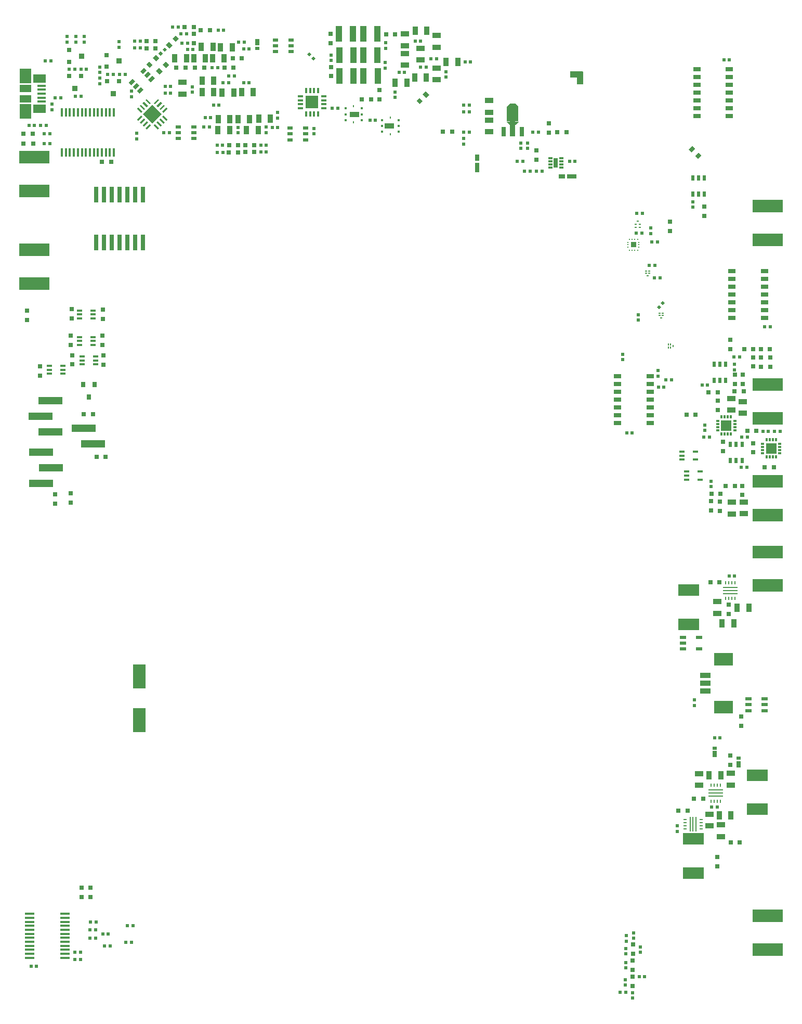
<source format=gbp>
G04 #@! TF.FileFunction,Paste,Bot*
%FSLAX46Y46*%
G04 Gerber Fmt 4.6, Leading zero omitted, Abs format (unit mm)*
G04 Created by KiCad (PCBNEW 4.0.7) date Mon Jan 13 15:14:29 2020*
%MOMM*%
%LPD*%
G01*
G04 APERTURE LIST*
%ADD10C,0.150000*%
%ADD11R,0.902000X0.902000*%
%ADD12R,0.282000X0.202000*%
%ADD13R,0.202000X0.282000*%
%ADD14R,5.002000X2.002000*%
%ADD15R,0.497300X0.497300*%
%ADD16R,3.052000X2.152000*%
%ADD17R,1.652000X0.852000*%
%ADD18R,1.382000X0.452000*%
%ADD19R,2.102000X1.477000*%
%ADD20R,1.902000X2.377000*%
%ADD21R,1.902000X1.177000*%
%ADD22R,0.702000X0.802000*%
%ADD23R,1.401540X0.901160*%
%ADD24R,0.802000X0.702000*%
%ADD25R,0.901160X1.401540*%
%ADD26R,0.421100X1.472660*%
%ADD27R,0.902000X0.602000*%
%ADD28R,1.022000X2.542000*%
%ADD29R,1.907000X2.427700*%
%ADD30R,0.713200X1.500600*%
%ADD31R,0.916400X5.336000*%
%ADD32R,0.602000X0.902000*%
%ADD33R,0.799560X0.799560*%
%ADD34R,0.302000X0.502000*%
%ADD35R,0.602000X0.302000*%
%ADD36R,1.752000X1.752000*%
%ADD37R,0.502000X0.302000*%
%ADD38R,0.302000X0.602000*%
%ADD39R,0.252000X0.602000*%
%ADD40R,2.402000X0.252000*%
%ADD41R,0.602000X0.252000*%
%ADD42R,0.252000X2.402000*%
%ADD43R,1.102000X0.602000*%
%ADD44R,0.852000X0.352000*%
%ADD45R,2.002000X4.002000*%
%ADD46R,0.952000X0.302000*%
%ADD47R,0.302000X0.952000*%
%ADD48R,2.152000X2.152000*%
%ADD49R,1.102000X0.802000*%
%ADD50R,1.502000X0.802000*%
%ADD51R,2.102000X1.002000*%
%ADD52R,1.002000X2.102000*%
%ADD53R,0.802000X1.102000*%
%ADD54R,0.802000X1.502000*%
%ADD55R,3.402000X1.852000*%
%ADD56R,4.002000X1.202000*%
%ADD57R,0.672000X0.302000*%
%ADD58R,0.702000X1.602000*%
%ADD59R,1.182000X0.702000*%
%ADD60R,1.502000X0.452000*%
%ADD61R,0.802000X2.502000*%
%ADD62R,0.802000X0.802000*%
%ADD63R,0.702000X0.902000*%
%ADD64R,1.512000X0.922000*%
%ADD65R,0.252000X0.302000*%
%ADD66R,0.402000X0.402000*%
%ADD67R,0.702000X0.522000*%
%ADD68R,0.702000X1.052000*%
%ADD69R,0.402000X0.272000*%
%ADD70R,0.202000X0.302000*%
%ADD71R,0.302000X0.202000*%
G04 APERTURE END LIST*
D10*
D11*
X180307280Y-87032520D03*
D12*
X179412280Y-87432520D03*
X179412280Y-86632520D03*
X179412280Y-87032520D03*
D13*
X180982280Y-87927520D03*
X180532280Y-87927520D03*
X180082280Y-87927520D03*
X179632280Y-87927520D03*
X180982280Y-86137520D03*
X180532280Y-86137520D03*
X180082280Y-86137520D03*
D12*
X181202280Y-86632520D03*
X181202280Y-87432520D03*
X181202280Y-87032520D03*
D13*
X179632280Y-86137520D03*
D14*
X82753780Y-87873980D03*
X82753780Y-93373980D03*
X82743780Y-72753980D03*
X82743780Y-78253980D03*
X202153780Y-201693980D03*
X202153780Y-196193980D03*
X202153780Y-142503980D03*
X202153780Y-137003980D03*
X202173260Y-131051620D03*
X202173260Y-125551620D03*
X202158700Y-115266640D03*
X202158700Y-109766640D03*
X202142780Y-86281580D03*
X202142780Y-80781580D03*
D15*
X89414200Y-62856480D03*
X90313360Y-62856480D03*
X90303200Y-58474980D03*
X91202360Y-58474980D03*
X89297360Y-58474980D03*
X88398200Y-58474980D03*
X88045980Y-54034560D03*
X88045980Y-53135400D03*
X90816280Y-53135900D03*
X90816280Y-54035060D03*
X89519180Y-53160800D03*
X89519180Y-54059960D03*
D16*
X195010780Y-162296580D03*
X195010780Y-154496580D03*
D17*
X192060780Y-159646580D03*
X192060780Y-158396580D03*
X192060780Y-157146580D03*
D18*
X83943780Y-63753980D03*
X83943780Y-63103980D03*
X83943780Y-62453980D03*
X83943780Y-61803980D03*
X83943780Y-61153980D03*
D19*
X83583780Y-64916480D03*
X83583780Y-59991480D03*
D20*
X81283780Y-65363980D03*
X81283780Y-59543980D03*
D21*
X81283780Y-63293980D03*
X81283780Y-61613980D03*
D22*
X201677260Y-123201300D03*
X203177260Y-123201300D03*
D23*
X198266740Y-128903600D03*
X198266740Y-130808600D03*
X198125180Y-112564900D03*
X198125180Y-114469900D03*
X196300780Y-128949320D03*
X196300780Y-130854320D03*
X196229660Y-112048160D03*
X196229660Y-113953160D03*
D22*
X196842500Y-126300100D03*
X195342500Y-126300100D03*
X201053100Y-104043200D03*
X202553100Y-104043200D03*
X194063740Y-111009300D03*
X192563740Y-111009300D03*
X190437200Y-114719100D03*
X188937200Y-114719100D03*
D24*
X196046780Y-104017380D03*
X196046780Y-102517380D03*
D22*
X198345460Y-104038120D03*
X199845460Y-104038120D03*
X200347700Y-117288180D03*
X198847700Y-117288180D03*
D24*
X199780580Y-120811860D03*
X199780580Y-119311860D03*
D23*
X190969680Y-174996680D03*
X190969680Y-173091680D03*
X196214780Y-174933180D03*
X196214780Y-173028180D03*
D25*
X196176680Y-179911580D03*
X194271680Y-179911580D03*
D23*
X194551080Y-183353280D03*
X194551080Y-181448280D03*
D26*
X91768900Y-72008980D03*
X91118660Y-72008980D03*
X90468420Y-72008980D03*
X89818180Y-72008980D03*
X93709460Y-65458980D03*
X93719620Y-72008980D03*
X93069380Y-72008980D03*
X92419140Y-72008980D03*
X89167940Y-65458980D03*
X89818180Y-65458980D03*
X90468420Y-65458980D03*
X91118660Y-65458980D03*
X91768900Y-65458980D03*
X92419140Y-65458980D03*
X89167940Y-72008980D03*
X93069380Y-65458980D03*
X94369860Y-72008980D03*
X88517700Y-72008980D03*
X88517700Y-65458980D03*
X94369860Y-65458980D03*
X95017560Y-72008980D03*
X87870000Y-72008980D03*
X87870000Y-65458980D03*
X95017560Y-65458980D03*
X95667800Y-72008980D03*
X87219760Y-72008980D03*
X87219760Y-65458980D03*
X95667800Y-65458980D03*
D15*
X192993700Y-126389000D03*
X192993700Y-125489840D03*
X197603800Y-105314620D03*
X196704640Y-105314620D03*
X196768820Y-107390920D03*
X196768820Y-106491760D03*
X192391720Y-109901860D03*
X191492560Y-109901860D03*
X197984800Y-118354980D03*
X198883960Y-118354980D03*
X191787200Y-118360060D03*
X192686360Y-118360060D03*
X191977700Y-117270400D03*
X191977700Y-116371240D03*
X201383320Y-117430420D03*
X202282480Y-117430420D03*
X204177320Y-117410100D03*
X203278160Y-117410100D03*
X198782360Y-123231780D03*
X197883200Y-123231780D03*
D24*
X193992280Y-188179980D03*
X193992280Y-186679980D03*
D27*
X108747540Y-69745500D03*
X108747540Y-68795500D03*
X108747540Y-67845500D03*
X106147540Y-69745500D03*
X106147540Y-68795500D03*
X106147540Y-67845500D03*
D25*
X105608580Y-56669540D03*
X107513580Y-56669540D03*
X108694680Y-56669540D03*
X110599680Y-56669540D03*
X109906260Y-54863600D03*
X111811260Y-54863600D03*
X111757920Y-56702560D03*
X113662920Y-56702560D03*
X113053320Y-54886460D03*
X114958320Y-54886460D03*
D24*
X108676900Y-52706440D03*
X108676900Y-54206440D03*
D10*
G36*
X103317099Y-56249425D02*
X102965455Y-55897781D01*
X103317099Y-55546137D01*
X103668743Y-55897781D01*
X103317099Y-56249425D01*
X103317099Y-56249425D01*
G37*
G36*
X103952901Y-55613623D02*
X103601257Y-55261979D01*
X103952901Y-54910335D01*
X104304545Y-55261979D01*
X103952901Y-55613623D01*
X103952901Y-55613623D01*
G37*
D15*
X99969780Y-55018540D03*
X99070620Y-55018540D03*
X107655820Y-55229360D03*
X108554980Y-55229360D03*
D22*
X110399720Y-58178300D03*
X108899720Y-58178300D03*
D15*
X111696960Y-58185920D03*
X112596120Y-58185920D03*
D22*
X113667300Y-58185920D03*
X115167300Y-58185920D03*
D15*
X116032740Y-54078740D03*
X116931900Y-54078740D03*
X116799820Y-55206500D03*
X117698980Y-55206500D03*
X99982480Y-53926340D03*
X99083320Y-53926340D03*
X106627120Y-52724920D03*
X107526280Y-52724920D03*
X107655820Y-54215900D03*
X106756660Y-54215900D03*
D22*
X105823780Y-58246880D03*
X107323780Y-58246880D03*
D27*
X121981900Y-53718020D03*
X121981900Y-54668020D03*
X121981900Y-55618020D03*
X124581900Y-53718020D03*
X124581900Y-54668020D03*
X124581900Y-55618020D03*
D10*
G36*
X104719905Y-55069694D02*
X104152806Y-54502595D01*
X104649195Y-54006206D01*
X105216294Y-54573305D01*
X104719905Y-55069694D01*
X104719905Y-55069694D01*
G37*
G36*
X105780565Y-54009034D02*
X105213466Y-53441935D01*
X105709855Y-52945546D01*
X106276954Y-53512645D01*
X105780565Y-54009034D01*
X105780565Y-54009034D01*
G37*
D22*
X102480000Y-53918720D03*
X100980000Y-53918720D03*
X102487620Y-55046480D03*
X100987620Y-55046480D03*
D10*
G36*
X101524585Y-58259934D02*
X100957486Y-57692835D01*
X101453875Y-57196446D01*
X102020974Y-57763545D01*
X101524585Y-58259934D01*
X101524585Y-58259934D01*
G37*
G36*
X102585245Y-57199274D02*
X102018146Y-56632175D01*
X102514535Y-56135786D01*
X103081634Y-56702885D01*
X102585245Y-57199274D01*
X102585245Y-57199274D01*
G37*
G36*
X101298266Y-60160319D02*
X101936076Y-59522509D01*
X102361754Y-59948187D01*
X101723944Y-60585997D01*
X101298266Y-60160319D01*
X101298266Y-60160319D01*
G37*
G36*
X100626515Y-59488567D02*
X101264325Y-58850757D01*
X101690003Y-59276435D01*
X101052193Y-59914245D01*
X100626515Y-59488567D01*
X100626515Y-59488567D01*
G37*
G36*
X99954763Y-58816816D02*
X100592573Y-58179006D01*
X101018251Y-58604684D01*
X100380441Y-59242494D01*
X99954763Y-58816816D01*
X99954763Y-58816816D01*
G37*
G36*
X99459789Y-61998796D02*
X100097599Y-61360986D01*
X100523277Y-61786664D01*
X99885467Y-62424474D01*
X99459789Y-61998796D01*
X99459789Y-61998796D01*
G37*
G36*
X98788037Y-61327045D02*
X99425847Y-60689235D01*
X99851525Y-61114913D01*
X99213715Y-61752723D01*
X98788037Y-61327045D01*
X98788037Y-61327045D01*
G37*
G36*
X98116286Y-60655293D02*
X98754096Y-60017483D01*
X99179774Y-60443161D01*
X98541964Y-61080971D01*
X98116286Y-60655293D01*
X98116286Y-60655293D01*
G37*
D24*
X191859360Y-82359800D03*
X191859360Y-80859800D03*
D10*
G36*
X189308846Y-71521245D02*
X189875945Y-70954146D01*
X190372334Y-71450535D01*
X189805235Y-72017634D01*
X189308846Y-71521245D01*
X189308846Y-71521245D01*
G37*
G36*
X190369506Y-72581905D02*
X190936605Y-72014806D01*
X191432994Y-72511195D01*
X190865895Y-73078294D01*
X190369506Y-72581905D01*
X190369506Y-72581905D01*
G37*
D25*
X112644380Y-68419580D03*
X114549380Y-68419580D03*
X119276320Y-66550140D03*
X121181320Y-66550140D03*
X114572240Y-66585700D03*
X112667240Y-66585700D03*
X117808200Y-66570460D03*
X115903200Y-66570460D03*
X117277340Y-68358620D03*
X119182340Y-68358620D03*
D28*
X132387070Y-59614670D03*
X134677070Y-59614670D03*
X136354550Y-59609590D03*
X138644550Y-59609590D03*
X132409930Y-56167890D03*
X134699930Y-56167890D03*
X136341850Y-56167890D03*
X138631850Y-56167890D03*
X132364210Y-52733810D03*
X134654210Y-52733810D03*
X136349470Y-52738890D03*
X138639470Y-52738890D03*
D23*
X143058340Y-55930400D03*
X143058340Y-57835400D03*
X143073580Y-52745240D03*
X143073580Y-54650240D03*
D25*
X144757600Y-52188980D03*
X146662600Y-52188980D03*
D23*
X145656760Y-55054100D03*
X145656760Y-56959100D03*
X148285660Y-53004320D03*
X148285660Y-54909320D03*
D25*
X149802040Y-57294380D03*
X151707040Y-57294380D03*
D23*
X148234860Y-58287520D03*
X148234860Y-60192520D03*
D25*
X143401240Y-60647180D03*
X141496240Y-60647180D03*
X146566080Y-59849620D03*
X144661080Y-59849620D03*
D15*
X115936220Y-67931900D03*
X115936220Y-68831060D03*
X122382740Y-66430760D03*
X122382740Y-65531600D03*
X111455660Y-66341860D03*
X110556500Y-66341860D03*
X120472660Y-68808200D03*
X120472660Y-67909040D03*
X106149600Y-51574300D03*
X105250440Y-51574300D03*
X112657080Y-52153420D03*
X113556240Y-52153420D03*
D24*
X131053030Y-59602670D03*
X131053030Y-58102670D03*
D15*
X139897310Y-58311650D03*
X139897310Y-57412490D03*
X131030170Y-56162810D03*
X131030170Y-57061970D03*
X139917630Y-55050290D03*
X139917630Y-54151130D03*
D24*
X131020010Y-52730570D03*
X131020010Y-54230570D03*
D22*
X140007100Y-52818900D03*
X141507100Y-52818900D03*
D15*
X143035480Y-59016500D03*
X142136320Y-59016500D03*
X144749980Y-53880620D03*
X145649140Y-53880620D03*
X145626280Y-58117340D03*
X146525440Y-58117340D03*
X147333160Y-56760980D03*
X148232320Y-56760980D03*
X152895760Y-57309620D03*
X153794920Y-57309620D03*
X149748700Y-58856480D03*
X149748700Y-59755640D03*
X141473380Y-62186420D03*
X141473380Y-63085580D03*
X180298740Y-198988040D03*
X180298740Y-199887200D03*
X180197140Y-208721320D03*
X180197140Y-209620480D03*
X152664620Y-70639540D03*
X152664620Y-69740380D03*
D24*
X180237780Y-200882180D03*
X180237780Y-202382180D03*
X180192060Y-203493300D03*
X180192060Y-204993300D03*
X180176820Y-206124740D03*
X180176820Y-207624740D03*
D23*
X106826520Y-60599200D03*
X106826520Y-62504200D03*
D25*
X110038340Y-60337300D03*
X111943340Y-60337300D03*
X110035800Y-62209280D03*
X111940800Y-62209280D03*
X113287000Y-62260080D03*
X115192000Y-62260080D03*
X116487400Y-62234680D03*
X118392400Y-62234680D03*
D15*
X179160820Y-200374880D03*
X179160820Y-199475720D03*
X179084620Y-201522960D03*
X179084620Y-202422120D03*
X181443780Y-202173560D03*
X181443780Y-201274400D03*
X179059220Y-203803880D03*
X179059220Y-204703040D03*
X181244200Y-206153980D03*
X182143360Y-206153980D03*
X179018580Y-206628360D03*
X179018580Y-207527520D03*
X179063360Y-208653980D03*
X178164200Y-208653980D03*
X104927860Y-61259320D03*
X104028700Y-61259320D03*
X108486520Y-61312120D03*
X108486520Y-62211280D03*
X113485120Y-60659880D03*
X114384280Y-60659880D03*
X114424920Y-59580380D03*
X115324080Y-59580380D03*
X138288220Y-66766040D03*
X137389060Y-66766040D03*
X162300860Y-73439440D03*
X161401700Y-73439440D03*
X163037980Y-71373600D03*
X163037980Y-70474440D03*
X170810860Y-73449440D03*
X169911700Y-73449440D03*
D23*
X156820060Y-63591040D03*
X156820060Y-65496040D03*
X156820060Y-66740640D03*
X156820060Y-68645640D03*
D10*
G36*
X160193080Y-67492740D02*
X159697780Y-66995440D01*
X161604780Y-66995440D01*
X161109480Y-67492740D01*
X160193080Y-67492740D01*
X160193080Y-67492740D01*
G37*
D29*
X160651280Y-65783590D03*
D30*
X159152680Y-68660140D03*
D31*
X160651280Y-66742440D03*
D30*
X162149880Y-68660140D03*
D10*
G36*
X161109480Y-64074440D02*
X161604780Y-64571740D01*
X159697780Y-64571740D01*
X160193080Y-64074440D01*
X161109480Y-64074440D01*
X161109480Y-64074440D01*
G37*
D27*
X124344100Y-68063940D03*
X124344100Y-69013940D03*
X124344100Y-69963940D03*
X126944100Y-68063940D03*
X126944100Y-69013940D03*
X126944100Y-69963940D03*
D24*
X166531280Y-67279440D03*
X166531280Y-68779440D03*
D22*
X109826820Y-52158500D03*
X111326820Y-52158500D03*
X108692840Y-51589540D03*
X107192840Y-51589540D03*
D15*
X189957280Y-80932100D03*
X189957280Y-80032940D03*
X99380500Y-68884400D03*
X99380500Y-69783560D03*
X152672240Y-65432540D03*
X153571400Y-65432540D03*
X183147160Y-85221680D03*
X183147160Y-84322520D03*
X183319420Y-86550500D03*
X184218580Y-86550500D03*
D32*
X189957280Y-78782520D03*
X190907280Y-78782520D03*
X191857280Y-78782520D03*
X189957280Y-76182520D03*
X190907280Y-76182520D03*
X191857280Y-76182520D03*
D15*
X120492980Y-70812260D03*
X119593820Y-70812260D03*
X113414000Y-71985740D03*
X112514840Y-71985740D03*
X119603980Y-71955260D03*
X120503140Y-71955260D03*
X112509760Y-70812260D03*
X113408920Y-70812260D03*
D22*
X117065820Y-70812260D03*
X118565820Y-70812260D03*
X114426760Y-71978120D03*
X115926760Y-71978120D03*
X118570900Y-71970500D03*
X117070900Y-71970500D03*
X114434380Y-70812260D03*
X115934380Y-70812260D03*
D15*
X161935620Y-71373600D03*
X161935620Y-70474440D03*
X111895080Y-64294620D03*
X112794240Y-64294620D03*
X132174440Y-64812780D03*
X131275280Y-64812780D03*
X163931700Y-68709440D03*
X164830860Y-68709440D03*
X152679860Y-64347960D03*
X153579020Y-64347960D03*
X152672240Y-68681200D03*
X153571400Y-68681200D03*
X98542300Y-62933180D03*
X98542300Y-62034020D03*
X103815340Y-68785340D03*
X104714500Y-68785340D03*
D10*
G36*
X127169115Y-56031599D02*
X127520759Y-55679955D01*
X127872403Y-56031599D01*
X127520759Y-56383243D01*
X127169115Y-56031599D01*
X127169115Y-56031599D01*
G37*
G36*
X127804917Y-56667401D02*
X128156561Y-56315757D01*
X128508205Y-56667401D01*
X128156561Y-57019045D01*
X127804917Y-56667401D01*
X127804917Y-56667401D01*
G37*
D15*
X128295860Y-69011400D03*
X128295860Y-68112240D03*
X122385280Y-67972540D03*
X121486120Y-67972540D03*
X111257540Y-67835380D03*
X110358380Y-67835380D03*
X117726920Y-60692900D03*
X116827760Y-60692900D03*
X104943100Y-62404860D03*
X104043940Y-62404860D03*
D24*
X138974020Y-63363140D03*
X138974020Y-61863140D03*
X186233260Y-84785500D03*
X186233260Y-83285500D03*
D22*
X167881280Y-68719440D03*
X169381280Y-68719440D03*
X149295880Y-68663420D03*
X150795880Y-68663420D03*
D10*
G36*
X146494635Y-62038746D02*
X147061734Y-62605845D01*
X146565345Y-63102234D01*
X145998246Y-62535135D01*
X146494635Y-62038746D01*
X146494635Y-62038746D01*
G37*
G36*
X145433975Y-63099406D02*
X146001074Y-63666505D01*
X145504685Y-64162894D01*
X144937586Y-63595795D01*
X145433975Y-63099406D01*
X145433975Y-63099406D01*
G37*
D22*
X136075180Y-63405620D03*
X137575180Y-63405620D03*
X115023660Y-56692400D03*
X116523660Y-56692400D03*
D10*
G36*
X103132405Y-59324194D02*
X102565306Y-58757095D01*
X103061695Y-58260706D01*
X103628794Y-58827805D01*
X103132405Y-59324194D01*
X103132405Y-59324194D01*
G37*
G36*
X104193065Y-58263534D02*
X103625966Y-57696435D01*
X104122355Y-57200046D01*
X104689454Y-57767145D01*
X104193065Y-58263534D01*
X104193065Y-58263534D01*
G37*
D15*
X92706880Y-199833100D03*
X91807720Y-199833100D03*
D22*
X93723780Y-73533980D03*
X95223780Y-73533980D03*
D15*
X193946560Y-178552680D03*
X193047400Y-178552680D03*
D22*
X190143480Y-177181080D03*
X191643480Y-177181080D03*
D24*
X196113180Y-170157280D03*
X196113180Y-171657280D03*
D15*
X187436180Y-181583200D03*
X187436180Y-182482360D03*
D22*
X187603480Y-179149580D03*
X189103480Y-179149580D03*
X197637880Y-184280380D03*
X196137880Y-184280380D03*
D15*
X85603780Y-64164400D03*
X85603780Y-65063560D03*
X82733360Y-67643980D03*
X81834200Y-67643980D03*
D24*
X194436420Y-128831780D03*
X194436420Y-130331780D03*
D22*
X201068340Y-105369080D03*
X202568340Y-105369080D03*
D24*
X194075740Y-112392900D03*
X194075740Y-113892900D03*
X192983540Y-128765740D03*
X192983540Y-130265740D03*
D22*
X201093740Y-106862600D03*
X202593740Y-106862600D03*
D24*
X198114340Y-108191740D03*
X198114340Y-109691740D03*
X194909540Y-120622480D03*
X194909540Y-119122480D03*
X197824780Y-163782180D03*
X197824780Y-165282180D03*
D33*
X82513880Y-70583980D03*
X80913680Y-70583980D03*
X82503880Y-68973980D03*
X80903680Y-68973980D03*
D34*
X194682100Y-117860140D03*
X195182100Y-117860140D03*
X195682100Y-117860140D03*
X196182100Y-117860140D03*
D35*
X196832100Y-117210140D03*
X196832100Y-116710140D03*
X196832100Y-116210140D03*
X196832100Y-115710140D03*
D34*
X196182100Y-115060140D03*
X195682100Y-115060140D03*
X195182100Y-115060140D03*
X194682100Y-115060140D03*
D35*
X194032100Y-115710140D03*
X194032100Y-116210140D03*
X194032100Y-116710140D03*
X194032100Y-117210140D03*
D36*
X195432100Y-116460140D03*
D37*
X201367620Y-119433780D03*
X201367620Y-119933780D03*
X201367620Y-120433780D03*
X201367620Y-120933780D03*
D38*
X202017620Y-121583780D03*
X202517620Y-121583780D03*
X203017620Y-121583780D03*
X203517620Y-121583780D03*
D37*
X204167620Y-120933780D03*
X204167620Y-120433780D03*
X204167620Y-119933780D03*
X204167620Y-119433780D03*
D38*
X203517620Y-118783780D03*
X203017620Y-118783780D03*
X202517620Y-118783780D03*
X202017620Y-118783780D03*
D36*
X202767620Y-120183780D03*
D15*
X84514200Y-57143980D03*
X85413360Y-57143980D03*
X85243360Y-70583980D03*
X84344200Y-70583980D03*
X85218960Y-68977380D03*
X84319800Y-68977380D03*
D25*
X192633380Y-173396480D03*
X194538380Y-173396480D03*
D23*
X192722280Y-179695680D03*
X192722280Y-181600680D03*
D15*
X194433880Y-167310940D03*
X193534720Y-167310940D03*
X87033360Y-63103980D03*
X86134200Y-63103980D03*
D24*
X198068620Y-126271460D03*
X198068620Y-127771460D03*
D22*
X196800460Y-110856900D03*
X198300460Y-110856900D03*
X193000620Y-127549780D03*
X194500620Y-127549780D03*
D24*
X199836460Y-106836780D03*
X199836460Y-105336780D03*
D15*
X96499280Y-54885060D03*
X96499280Y-53985900D03*
X95551860Y-59324980D03*
X94652700Y-59324980D03*
X93400480Y-58100700D03*
X93400480Y-58999860D03*
X93400480Y-60828660D03*
X93400480Y-59929500D03*
X97520360Y-59324980D03*
X96621200Y-59324980D03*
X190235580Y-161096600D03*
X190235580Y-161995760D03*
D39*
X194450180Y-177566680D03*
X193950180Y-177566680D03*
X193450180Y-177566680D03*
X192950180Y-177566680D03*
X192950180Y-174966680D03*
X193450180Y-174966680D03*
X194450180Y-174966680D03*
X193950180Y-174966680D03*
D40*
X193700180Y-175766680D03*
X193700180Y-176766680D03*
X193700180Y-176266680D03*
D41*
X188729880Y-182096680D03*
X188729880Y-181596680D03*
X188729880Y-181096680D03*
X188729880Y-180596680D03*
X191329880Y-180596680D03*
X191329880Y-181096680D03*
X191329880Y-182096680D03*
X191329880Y-181596680D03*
D42*
X190529880Y-181346680D03*
X189529880Y-181346680D03*
X190029880Y-181346680D03*
D32*
X195356620Y-106466840D03*
X194406620Y-106466840D03*
X193456620Y-106466840D03*
X195356620Y-109066840D03*
X194406620Y-109066840D03*
X193456620Y-109066840D03*
X196093140Y-122102120D03*
X197043140Y-122102120D03*
X197993140Y-122102120D03*
X196093140Y-119502120D03*
X197043140Y-119502120D03*
X197993140Y-119502120D03*
D43*
X199044780Y-160926380D03*
X199044780Y-161876380D03*
X199044780Y-162826380D03*
X201644780Y-162826380D03*
X201644780Y-161876380D03*
X201644780Y-160926380D03*
D15*
X94779520Y-199162540D03*
X93880360Y-199162540D03*
X92717040Y-198522460D03*
X91817880Y-198522460D03*
X98813040Y-197841740D03*
X97913880Y-197841740D03*
X92752600Y-197242300D03*
X91853440Y-197242300D03*
D24*
X88933780Y-106513980D03*
X88933780Y-105013980D03*
X83692420Y-106830300D03*
X83692420Y-108330300D03*
X81493780Y-99253980D03*
X81493780Y-97753980D03*
X93853780Y-99073980D03*
X93853780Y-97573980D03*
X88630180Y-103356980D03*
X88630180Y-101856980D03*
X93833780Y-103333980D03*
X93833780Y-101833980D03*
X88823780Y-99033980D03*
X88823780Y-97533980D03*
X94013780Y-106533980D03*
X94013780Y-105033980D03*
D22*
X92853780Y-121513980D03*
X94353780Y-121513980D03*
D15*
X202592360Y-100371780D03*
X201693200Y-100371780D03*
X181123780Y-98414400D03*
X181123780Y-99313560D03*
X195044200Y-56983980D03*
X195943360Y-56983980D03*
X83744200Y-67633980D03*
X84643360Y-67633980D03*
D24*
X88604780Y-127495740D03*
X88604780Y-128995740D03*
X86085100Y-127632900D03*
X86085100Y-129132900D03*
X90453780Y-193193980D03*
X90453780Y-191693980D03*
X91883780Y-193183980D03*
X91883780Y-191683980D03*
D15*
X98543800Y-200503660D03*
X97644640Y-200503660D03*
X178546180Y-104849800D03*
X178546180Y-105748960D03*
X186493840Y-109048420D03*
X185594680Y-109048420D03*
X185284800Y-110206660D03*
X184385640Y-110206660D03*
X179198960Y-117653940D03*
X180098120Y-117653940D03*
X95069080Y-201128500D03*
X94169920Y-201128500D03*
D44*
X92313780Y-103359980D03*
X92313780Y-102703980D03*
X92313780Y-102053980D03*
X90113780Y-102053980D03*
X90113780Y-103353980D03*
X90113780Y-102703980D03*
X92313780Y-99039980D03*
X92313780Y-98383980D03*
X92313780Y-97733980D03*
X90113780Y-97733980D03*
X90113780Y-99033980D03*
X90113780Y-98383980D03*
X92723780Y-106509980D03*
X92723780Y-105853980D03*
X92723780Y-105203980D03*
X90523780Y-105203980D03*
X90523780Y-106503980D03*
X90523780Y-105853980D03*
X85142580Y-106726180D03*
X85142580Y-107382180D03*
X85142580Y-108032180D03*
X87342580Y-108032180D03*
X87342580Y-106732180D03*
X87342580Y-107382180D03*
D22*
X90791600Y-114604800D03*
X92291600Y-114604800D03*
D15*
X83073360Y-204433980D03*
X82174200Y-204433980D03*
X184347540Y-107491400D03*
X184347540Y-108390560D03*
X165413360Y-75103980D03*
X164514200Y-75103980D03*
X162584200Y-75083980D03*
X163483360Y-75083980D03*
X89314200Y-202193980D03*
X90213360Y-202193980D03*
X90213360Y-203343980D03*
X89314200Y-203343980D03*
D45*
X99863780Y-157273980D03*
X99863780Y-164373980D03*
D10*
G36*
X100823173Y-68058400D02*
X101496339Y-67385234D01*
X101709885Y-67598780D01*
X101036719Y-68271946D01*
X100823173Y-68058400D01*
X100823173Y-68058400D01*
G37*
G36*
X100363553Y-67598780D02*
X101036719Y-66925614D01*
X101250265Y-67139160D01*
X100577099Y-67812326D01*
X100363553Y-67598780D01*
X100363553Y-67598780D01*
G37*
G36*
X99903934Y-67139161D02*
X100577100Y-66465995D01*
X100790646Y-66679541D01*
X100117480Y-67352707D01*
X99903934Y-67139161D01*
X99903934Y-67139161D01*
G37*
G36*
X99444314Y-66679541D02*
X100117480Y-66006375D01*
X100331026Y-66219921D01*
X99657860Y-66893087D01*
X99444314Y-66679541D01*
X99444314Y-66679541D01*
G37*
G36*
X103545534Y-65336039D02*
X104218700Y-64662873D01*
X104432246Y-64876419D01*
X103759080Y-65549585D01*
X103545534Y-65336039D01*
X103545534Y-65336039D01*
G37*
G36*
X103085914Y-64876419D02*
X103759080Y-64203253D01*
X103972626Y-64416799D01*
X103299460Y-65089965D01*
X103085914Y-64876419D01*
X103085914Y-64876419D01*
G37*
G36*
X102626295Y-64416800D02*
X103299461Y-63743634D01*
X103513007Y-63957180D01*
X102839841Y-64630346D01*
X102626295Y-64416800D01*
X102626295Y-64416800D01*
G37*
G36*
X102166675Y-63957180D02*
X102839841Y-63284014D01*
X103053387Y-63497560D01*
X102380221Y-64170726D01*
X102166675Y-63957180D01*
X102166675Y-63957180D01*
G37*
G36*
X102166675Y-67598780D02*
X102380221Y-67385234D01*
X103053387Y-68058400D01*
X102839841Y-68271946D01*
X102166675Y-67598780D01*
X102166675Y-67598780D01*
G37*
G36*
X102626295Y-67139160D02*
X102839841Y-66925614D01*
X103513007Y-67598780D01*
X103299461Y-67812326D01*
X102626295Y-67139160D01*
X102626295Y-67139160D01*
G37*
G36*
X103085914Y-66679541D02*
X103299460Y-66465995D01*
X103972626Y-67139161D01*
X103759080Y-67352707D01*
X103085914Y-66679541D01*
X103085914Y-66679541D01*
G37*
G36*
X103545534Y-66219921D02*
X103759080Y-66006375D01*
X104432246Y-66679541D01*
X104218700Y-66893087D01*
X103545534Y-66219921D01*
X103545534Y-66219921D01*
G37*
G36*
X100823173Y-63497560D02*
X101036719Y-63284014D01*
X101709885Y-63957180D01*
X101496339Y-64170726D01*
X100823173Y-63497560D01*
X100823173Y-63497560D01*
G37*
G36*
X100363553Y-63957180D02*
X100577099Y-63743634D01*
X101250265Y-64416800D01*
X101036719Y-64630346D01*
X100363553Y-63957180D01*
X100363553Y-63957180D01*
G37*
G36*
X99903934Y-64416799D02*
X100117480Y-64203253D01*
X100790646Y-64876419D01*
X100577100Y-65089965D01*
X99903934Y-64416799D01*
X99903934Y-64416799D01*
G37*
G36*
X101938280Y-64256286D02*
X103459974Y-65777980D01*
X101938280Y-67299674D01*
X100416586Y-65777980D01*
X101938280Y-64256286D01*
X101938280Y-64256286D01*
G37*
G36*
X99444314Y-64876419D02*
X99657860Y-64662873D01*
X100331026Y-65336039D01*
X100117480Y-65549585D01*
X99444314Y-64876419D01*
X99444314Y-64876419D01*
G37*
D46*
X129895740Y-62862420D03*
X129895740Y-63512420D03*
X129895740Y-64162420D03*
X129895740Y-64812420D03*
X126045740Y-62862420D03*
X126045740Y-63512420D03*
X126045740Y-64162420D03*
X126045740Y-64812420D03*
D47*
X128945740Y-61912420D03*
X128295740Y-61912420D03*
X127645740Y-61912420D03*
X126995740Y-61912420D03*
X126995740Y-65762420D03*
X127645740Y-65762420D03*
X128295740Y-65762420D03*
D48*
X127970740Y-63837420D03*
D47*
X128945740Y-65762420D03*
D49*
X168650340Y-75886180D03*
D50*
X170250340Y-75886180D03*
D51*
X171067060Y-59335540D03*
D52*
X171617060Y-59885540D03*
D53*
X154847980Y-72883900D03*
D54*
X154847980Y-74483900D03*
D15*
X195889300Y-140948280D03*
X196788460Y-140948280D03*
D22*
X192845680Y-141938880D03*
X194345680Y-141938880D03*
D24*
X195830880Y-147108480D03*
X195830880Y-145608480D03*
D25*
X196656380Y-148644480D03*
X194751380Y-148644480D03*
X199120180Y-146079080D03*
X197215180Y-146079080D03*
D23*
X193976680Y-145101180D03*
X193976680Y-147006180D03*
D39*
X195360280Y-142010480D03*
X195860280Y-142010480D03*
X196360280Y-142010480D03*
X196860280Y-142010480D03*
X196860280Y-144610480D03*
X196360280Y-144610480D03*
X195360280Y-144610480D03*
X195860280Y-144610480D03*
D40*
X196110280Y-143810480D03*
X196110280Y-142810480D03*
X196110280Y-143310480D03*
D55*
X200520080Y-178889280D03*
X200520080Y-173339280D03*
X190055280Y-183702480D03*
X190055280Y-189252480D03*
D24*
X164541280Y-71699440D03*
X164541280Y-73199440D03*
D55*
X189290380Y-143265980D03*
X189290380Y-148815980D03*
D24*
X196818940Y-108191740D03*
X196818940Y-109691740D03*
D44*
X190423780Y-122003980D03*
X190423780Y-120703980D03*
X188223780Y-120703980D03*
X188223780Y-121353980D03*
X188223780Y-122003980D03*
X191142220Y-125253380D03*
X191142220Y-123953380D03*
X188942220Y-123953380D03*
X188942220Y-124603380D03*
X188942220Y-125253380D03*
D56*
X83763780Y-114943980D03*
X85363780Y-112403980D03*
X85363780Y-117483980D03*
X85442380Y-123333380D03*
X83842380Y-125873380D03*
X83842380Y-120793380D03*
X92325780Y-119447180D03*
X90725780Y-116907180D03*
D57*
X168546280Y-72949440D03*
X168546280Y-73449440D03*
X168546280Y-73949440D03*
X168546280Y-74449440D03*
X166776280Y-72949440D03*
X166776280Y-74449440D03*
X166776280Y-73449440D03*
X166776280Y-73949440D03*
D58*
X167661280Y-73699440D03*
D59*
X190633780Y-66063980D03*
X190633780Y-64793980D03*
X190633780Y-63523980D03*
X190633780Y-62253980D03*
X190633780Y-60983980D03*
X190633780Y-59713980D03*
X190633780Y-58443980D03*
X195953780Y-66063980D03*
X195953780Y-64793980D03*
X195953780Y-63523980D03*
X195953780Y-58443980D03*
X195953780Y-59713980D03*
X195953780Y-60983980D03*
X195953780Y-62253980D03*
X177743780Y-116013980D03*
X177743780Y-114743980D03*
X177743780Y-113473980D03*
X177743780Y-112203980D03*
X177743780Y-110933980D03*
X177743780Y-109663980D03*
X177743780Y-108393980D03*
X183063780Y-116013980D03*
X183063780Y-114743980D03*
X183063780Y-113473980D03*
X183063780Y-108393980D03*
X183063780Y-109663980D03*
X183063780Y-110933980D03*
X183063780Y-112203980D03*
D60*
X87723780Y-203068980D03*
X87723780Y-202418980D03*
X87723780Y-201768980D03*
X87723780Y-201118980D03*
X87723780Y-200468980D03*
X87723780Y-199818980D03*
X87723780Y-199168980D03*
X87723780Y-198518980D03*
X87723780Y-197868980D03*
X87723780Y-197218980D03*
X87723780Y-196568980D03*
X87723780Y-195918980D03*
X81923780Y-195918980D03*
X81923780Y-196568980D03*
X81923780Y-197218980D03*
X81923780Y-197868980D03*
X81923780Y-198518980D03*
X81923780Y-199168980D03*
X81923780Y-203068980D03*
X81923780Y-202418980D03*
X81923780Y-201768980D03*
X81923780Y-201118980D03*
X81923780Y-200468980D03*
X81923780Y-199818980D03*
D61*
X92813780Y-78853980D03*
X94083780Y-78853980D03*
X95353780Y-78853980D03*
X96623780Y-78853980D03*
X97893780Y-78853980D03*
X99163780Y-78853980D03*
X100433780Y-78853980D03*
X92813780Y-86653980D03*
X94083780Y-86653980D03*
X95353780Y-86653980D03*
X100433780Y-86653980D03*
X99163780Y-86653980D03*
X97893780Y-86653980D03*
X96623780Y-86653980D03*
D59*
X201703980Y-91354780D03*
X201703980Y-92624780D03*
X201703980Y-93894780D03*
X201703980Y-95164780D03*
X201703980Y-96434780D03*
X201703980Y-97704780D03*
X201703980Y-98974780D03*
X196383980Y-91354780D03*
X196383980Y-92624780D03*
X196383980Y-93894780D03*
X196383980Y-98974780D03*
X196383980Y-97704780D03*
X196383980Y-96434780D03*
X196383980Y-95164780D03*
D62*
X88419280Y-55365980D03*
X88419280Y-57265980D03*
D11*
X90419280Y-56315980D03*
D62*
X90305780Y-59570480D03*
X88405780Y-59570480D03*
D11*
X89355780Y-61570480D03*
D62*
X94483280Y-56152480D03*
X94483280Y-58052480D03*
D11*
X96483280Y-57102480D03*
D62*
X96496780Y-60420480D03*
X94596780Y-60420480D03*
D11*
X95546780Y-62420480D03*
D43*
X191025300Y-152829300D03*
X191025300Y-150929300D03*
X188425300Y-150929300D03*
X188425300Y-151879300D03*
X188425300Y-152829300D03*
D63*
X90642400Y-109807500D03*
X92542400Y-109807500D03*
X91592400Y-111807500D03*
D64*
X134901520Y-65800840D03*
D65*
X134719520Y-67150840D03*
X134719520Y-64450840D03*
D66*
X133394520Y-64850840D03*
X133394520Y-65800840D03*
X133394520Y-66750840D03*
X136044520Y-64850840D03*
X136044520Y-65800840D03*
X136044520Y-66750840D03*
D64*
X140534460Y-67713460D03*
D65*
X140716460Y-66363460D03*
X140716460Y-69063460D03*
D66*
X142041460Y-68663460D03*
X142041460Y-67713460D03*
X142041460Y-66763460D03*
X139391460Y-68663460D03*
X139391460Y-67713460D03*
X139391460Y-66763460D03*
D67*
X119064460Y-55079220D03*
D68*
X119064460Y-54105220D03*
D67*
X193522380Y-168945680D03*
D68*
X193522380Y-169919680D03*
D67*
X197484780Y-170583980D03*
D68*
X197484780Y-171557980D03*
D10*
G36*
X185102901Y-96167955D02*
X185454545Y-96519599D01*
X185102901Y-96871243D01*
X184751257Y-96519599D01*
X185102901Y-96167955D01*
X185102901Y-96167955D01*
G37*
G36*
X184467099Y-96803757D02*
X184818743Y-97155401D01*
X184467099Y-97507045D01*
X184115455Y-97155401D01*
X184467099Y-96803757D01*
X184467099Y-96803757D01*
G37*
D15*
X183774080Y-90424000D03*
X182874920Y-90424000D03*
X184663080Y-92456000D03*
X183763920Y-92456000D03*
X181678580Y-85153500D03*
X180779420Y-85153500D03*
X181742080Y-81915000D03*
X180842920Y-81915000D03*
D69*
X181038500Y-83193000D03*
X181363500Y-84193000D03*
X180713500Y-84193000D03*
X180713500Y-83693000D03*
X181363500Y-83693000D03*
D70*
X186772500Y-103505000D03*
X185972500Y-103780000D03*
X185972500Y-103230000D03*
X186372500Y-103230000D03*
X186372500Y-103780000D03*
D71*
X184848500Y-98952000D03*
X184573500Y-98152000D03*
X185123500Y-98152000D03*
X185123500Y-98552000D03*
X184573500Y-98552000D03*
X182626000Y-92094000D03*
X182351000Y-91294000D03*
X182901000Y-91294000D03*
X182901000Y-91694000D03*
X182351000Y-91694000D03*
M02*

</source>
